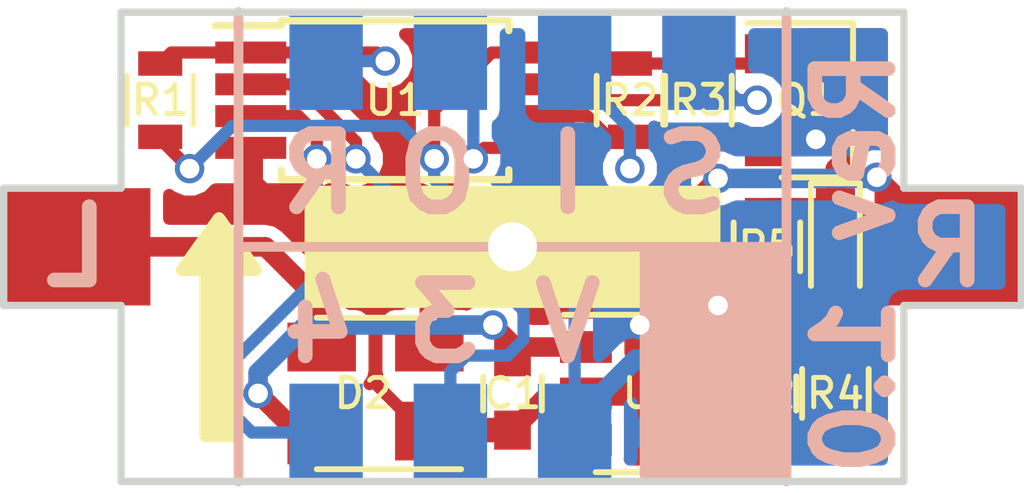
<source format=kicad_pcb>
(kicad_pcb (version 4) (host pcbnew 4.0.6)

  (general
    (links 30)
    (no_connects 0)
    (area 139.524999 100.124999 160.475001 109.875001)
    (thickness 0.8)
    (drawings 25)
    (tracks 147)
    (zones 0)
    (modules 15)
    (nets 17)
  )

  (page A4)
  (layers
    (0 F.Cu signal)
    (31 B.Cu signal)
    (32 B.Adhes user)
    (33 F.Adhes user)
    (34 B.Paste user)
    (35 F.Paste user)
    (36 B.SilkS user)
    (37 F.SilkS user)
    (38 B.Mask user)
    (39 F.Mask user)
    (40 Dwgs.User user)
    (41 Cmts.User user)
    (42 Eco1.User user)
    (43 Eco2.User user)
    (44 Edge.Cuts user)
    (45 Margin user)
    (46 B.CrtYd user)
    (47 F.CrtYd user)
    (48 B.Fab user hide)
    (49 F.Fab user hide)
  )

  (setup
    (last_trace_width 0.25)
    (trace_clearance 0.2)
    (zone_clearance 0.25)
    (zone_45_only yes)
    (trace_min 0.16)
    (segment_width 0.2)
    (edge_width 0.15)
    (via_size 0.6)
    (via_drill 0.4)
    (via_min_size 0.4)
    (via_min_drill 0.3)
    (uvia_size 0.3)
    (uvia_drill 0.1)
    (uvias_allowed no)
    (uvia_min_size 0.2)
    (uvia_min_drill 0.1)
    (pcb_text_width 0.3)
    (pcb_text_size 1.5 1.5)
    (mod_edge_width 0.15)
    (mod_text_size 1 1)
    (mod_text_width 0.15)
    (pad_size 3 2.4)
    (pad_drill 0)
    (pad_to_mask_clearance 0.2)
    (aux_axis_origin 0 0)
    (visible_elements FFFFFFFF)
    (pcbplotparams
      (layerselection 0x00030_80000001)
      (usegerberextensions false)
      (excludeedgelayer true)
      (linewidth 0.100000)
      (plotframeref false)
      (viasonmask false)
      (mode 1)
      (useauxorigin false)
      (hpglpennumber 1)
      (hpglpenspeed 20)
      (hpglpendiameter 15)
      (hpglpenoverlay 2)
      (psnegative false)
      (psa4output false)
      (plotreference true)
      (plotvalue true)
      (plotinvisibletext false)
      (padsonsilk false)
      (subtractmaskfromsilk true)
      (outputformat 1)
      (mirror false)
      (drillshape 0)
      (scaleselection 1)
      (outputdirectory ""))
  )

  (net 0 "")
  (net 1 GND)
  (net 2 +2V8)
  (net 3 "Net-(D1-Pad2)")
  (net 4 "Net-(D1-Pad1)")
  (net 5 "Net-(Q1-Pad1)")
  (net 6 /~RST)
  (net 7 /MISO)
  (net 8 /MOSI)
  (net 9 /SCK)
  (net 10 "Net-(U2-Pad3)")
  (net 11 "Net-(U2-Pad4)")
  (net 12 /PB3)
  (net 13 /PB4)
  (net 14 "Net-(C1-Pad1)")
  (net 15 "Net-(D2-Pad2)")
  (net 16 "Net-(D2-Pad3)")

  (net_class Default "This is the default net class."
    (clearance 0.2)
    (trace_width 0.25)
    (via_dia 0.6)
    (via_drill 0.4)
    (uvia_dia 0.3)
    (uvia_drill 0.1)
    (add_net +2V8)
    (add_net /MISO)
    (add_net /MOSI)
    (add_net /PB3)
    (add_net /PB4)
    (add_net /SCK)
    (add_net /~RST)
    (add_net "Net-(Q1-Pad1)")
    (add_net "Net-(U2-Pad3)")
    (add_net "Net-(U2-Pad4)")
  )

  (net_class Power ""
    (clearance 0.2)
    (trace_width 0.4)
    (via_dia 0.6)
    (via_drill 0.4)
    (uvia_dia 0.3)
    (uvia_drill 0.1)
    (add_net GND)
    (add_net "Net-(C1-Pad1)")
    (add_net "Net-(D1-Pad1)")
    (add_net "Net-(D1-Pad2)")
    (add_net "Net-(D2-Pad2)")
    (add_net "Net-(D2-Pad3)")
  )

  (net_class Tight ""
    (clearance 0.2)
    (trace_width 0.2)
    (via_dia 0.5)
    (via_drill 0.3)
    (uvia_dia 0.3)
    (uvia_drill 0.1)
  )

  (module Housings_SSOP:TSSOP-8_4.4x3mm_Pitch0.65mm (layer F.Cu) (tedit 58C5F0F1) (tstamp 58AB33C0)
    (at 147.6 102)
    (descr "8-Lead Plastic Thin Shrink Small Outline (ST)-4.4 mm Body [TSSOP] (see Microchip Packaging Specification 00000049BS.pdf)")
    (tags "SSOP 0.65")
    (path /58AB4E84)
    (attr smd)
    (fp_text reference U1 (at 0 0) (layer F.SilkS)
      (effects (font (size 0.6 0.6) (thickness 0.1)))
    )
    (fp_text value ATTINY45-20XUR (at 0 2.55) (layer F.Fab)
      (effects (font (size 1 1) (thickness 0.15)))
    )
    (fp_line (start -1.2 -1.5) (end 2.2 -1.5) (layer F.Fab) (width 0.15))
    (fp_line (start 2.2 -1.5) (end 2.2 1.5) (layer F.Fab) (width 0.15))
    (fp_line (start 2.2 1.5) (end -2.2 1.5) (layer F.Fab) (width 0.15))
    (fp_line (start -2.2 1.5) (end -2.2 -0.5) (layer F.Fab) (width 0.15))
    (fp_line (start -2.2 -0.5) (end -1.2 -1.5) (layer F.Fab) (width 0.15))
    (fp_line (start -3.95 -1.8) (end -3.95 1.8) (layer F.CrtYd) (width 0.05))
    (fp_line (start 3.95 -1.8) (end 3.95 1.8) (layer F.CrtYd) (width 0.05))
    (fp_line (start -3.95 -1.8) (end 3.95 -1.8) (layer F.CrtYd) (width 0.05))
    (fp_line (start -3.95 1.8) (end 3.95 1.8) (layer F.CrtYd) (width 0.05))
    (fp_line (start -2.325 -1.625) (end -2.325 -1.525) (layer F.SilkS) (width 0.15))
    (fp_line (start 2.325 -1.625) (end 2.325 -1.425) (layer F.SilkS) (width 0.15))
    (fp_line (start 2.325 1.625) (end 2.325 1.425) (layer F.SilkS) (width 0.15))
    (fp_line (start -2.325 1.625) (end -2.325 1.425) (layer F.SilkS) (width 0.15))
    (fp_line (start -2.325 -1.625) (end 2.325 -1.625) (layer F.SilkS) (width 0.15))
    (fp_line (start -2.325 1.625) (end 2.325 1.625) (layer F.SilkS) (width 0.15))
    (fp_line (start -2.325 -1.525) (end -3.675 -1.525) (layer F.SilkS) (width 0.15))
    (pad 1 smd rect (at -2.95 -0.975) (size 1.45 0.45) (layers F.Cu F.Paste F.Mask)
      (net 6 /~RST))
    (pad 2 smd rect (at -2.95 -0.325) (size 1.45 0.45) (layers F.Cu F.Paste F.Mask)
      (net 12 /PB3))
    (pad 3 smd rect (at -2.95 0.325) (size 1.45 0.45) (layers F.Cu F.Paste F.Mask)
      (net 13 /PB4))
    (pad 4 smd rect (at -2.95 0.975) (size 1.45 0.45) (layers F.Cu F.Paste F.Mask)
      (net 1 GND))
    (pad 5 smd rect (at 2.95 0.975) (size 1.45 0.45) (layers F.Cu F.Paste F.Mask)
      (net 8 /MOSI))
    (pad 6 smd rect (at 2.95 0.325) (size 1.45 0.45) (layers F.Cu F.Paste F.Mask)
      (net 7 /MISO))
    (pad 7 smd rect (at 2.95 -0.325) (size 1.45 0.45) (layers F.Cu F.Paste F.Mask)
      (net 9 /SCK))
    (pad 8 smd rect (at 2.95 -0.975) (size 1.45 0.45) (layers F.Cu F.Paste F.Mask)
      (net 2 +2V8))
    (model Housings_SSOP.3dshapes/TSSOP-8_4.4x3mm_Pitch0.65mm.wrl
      (at (xyz 0 0 0))
      (scale (xyz 1 1 1))
      (rotate (xyz 0 0 0))
    )
  )

  (module Resistors_SMD:R_0603 (layer F.Cu) (tedit 58C5EDE2) (tstamp 58C5DD79)
    (at 156.6 108 90)
    (descr "Resistor SMD 0603, reflow soldering, Vishay (see dcrcw.pdf)")
    (tags "resistor 0603")
    (path /5893E69D)
    (attr smd)
    (fp_text reference R4 (at 0 0 180) (layer F.SilkS)
      (effects (font (size 0.6 0.6) (thickness 0.1)))
    )
    (fp_text value 47 (at 0 1.5 90) (layer F.Fab)
      (effects (font (size 1 1) (thickness 0.15)))
    )
    (fp_text user %R (at 0 -1.45 90) (layer F.Fab)
      (effects (font (size 1 1) (thickness 0.15)))
    )
    (fp_line (start -0.8 0.4) (end -0.8 -0.4) (layer F.Fab) (width 0.1))
    (fp_line (start 0.8 0.4) (end -0.8 0.4) (layer F.Fab) (width 0.1))
    (fp_line (start 0.8 -0.4) (end 0.8 0.4) (layer F.Fab) (width 0.1))
    (fp_line (start -0.8 -0.4) (end 0.8 -0.4) (layer F.Fab) (width 0.1))
    (fp_line (start 0.5 0.68) (end -0.5 0.68) (layer F.SilkS) (width 0.12))
    (fp_line (start -0.5 -0.68) (end 0.5 -0.68) (layer F.SilkS) (width 0.12))
    (fp_line (start -1.25 -0.7) (end 1.25 -0.7) (layer F.CrtYd) (width 0.05))
    (fp_line (start -1.25 -0.7) (end -1.25 0.7) (layer F.CrtYd) (width 0.05))
    (fp_line (start 1.25 0.7) (end 1.25 -0.7) (layer F.CrtYd) (width 0.05))
    (fp_line (start 1.25 0.7) (end -1.25 0.7) (layer F.CrtYd) (width 0.05))
    (pad 1 smd rect (at -0.75 0 90) (size 0.5 0.9) (layers F.Cu F.Paste F.Mask)
      (net 2 +2V8))
    (pad 2 smd rect (at 0.75 0 90) (size 0.5 0.9) (layers F.Cu F.Paste F.Mask)
      (net 3 "Net-(D1-Pad2)"))
    (model Resistors_SMD.3dshapes/R_0603.wrl
      (at (xyz 0 0 0))
      (scale (xyz 1 1 1))
      (rotate (xyz 0 0 0))
    )
  )

  (module Capacitors_SMD:C_0603 (layer F.Cu) (tedit 58C5F026) (tstamp 58C5DD65)
    (at 155.2 108 270)
    (descr "Capacitor SMD 0603, reflow soldering, AVX (see smccp.pdf)")
    (tags "capacitor 0603")
    (path /58AB22F8)
    (attr smd)
    (fp_text reference C2 (at 0 0 540) (layer F.SilkS)
      (effects (font (size 0.6 0.6) (thickness 0.1)))
    )
    (fp_text value 22u (at 0 1.5 270) (layer F.Fab)
      (effects (font (size 1 1) (thickness 0.15)))
    )
    (fp_text user %R (at 0 -1.5 270) (layer F.Fab)
      (effects (font (size 1 1) (thickness 0.15)))
    )
    (fp_line (start -0.8 0.4) (end -0.8 -0.4) (layer F.Fab) (width 0.1))
    (fp_line (start 0.8 0.4) (end -0.8 0.4) (layer F.Fab) (width 0.1))
    (fp_line (start 0.8 -0.4) (end 0.8 0.4) (layer F.Fab) (width 0.1))
    (fp_line (start -0.8 -0.4) (end 0.8 -0.4) (layer F.Fab) (width 0.1))
    (fp_line (start -0.35 -0.6) (end 0.35 -0.6) (layer F.SilkS) (width 0.12))
    (fp_line (start 0.35 0.6) (end -0.35 0.6) (layer F.SilkS) (width 0.12))
    (fp_line (start -1.4 -0.65) (end 1.4 -0.65) (layer F.CrtYd) (width 0.05))
    (fp_line (start -1.4 -0.65) (end -1.4 0.65) (layer F.CrtYd) (width 0.05))
    (fp_line (start 1.4 0.65) (end 1.4 -0.65) (layer F.CrtYd) (width 0.05))
    (fp_line (start 1.4 0.65) (end -1.4 0.65) (layer F.CrtYd) (width 0.05))
    (pad 1 smd rect (at -0.75 0 270) (size 0.8 0.75) (layers F.Cu F.Paste F.Mask)
      (net 2 +2V8))
    (pad 2 smd rect (at 0.75 0 270) (size 0.8 0.75) (layers F.Cu F.Paste F.Mask)
      (net 1 GND))
    (model Capacitors_SMD.3dshapes/C_0603.wrl
      (at (xyz 0 0 0))
      (scale (xyz 1 1 1))
      (rotate (xyz 0 0 0))
    )
  )

  (module bcan:HO_Rail_2_Length2.4mm_Width3mm (layer F.Cu) (tedit 58CB2889) (tstamp 58CB0BCC)
    (at 150 105)
    (path /58C5B8EB)
    (fp_text reference J3 (at 0 -2.54) (layer F.SilkS) hide
      (effects (font (size 1 1) (thickness 0.15)))
    )
    (fp_text value Rails (at 0 2.54) (layer F.Fab)
      (effects (font (size 1 1) (thickness 0.15)))
    )
    (pad 1 smd rect (at -8.9 0) (size 3 2.4) (layers F.Cu F.Mask)
      (net 16 "Net-(D2-Pad3)"))
    (pad 2 smd rect (at 8.9 0) (size 3 2.4) (layers F.Cu F.Mask)
      (net 15 "Net-(D2-Pad2)"))
    (pad "" np_thru_hole circle (at 0 0) (size 1 1) (drill 1) (layers *.Cu *.Mask))
  )

  (module Resistors_SMD:R_0603 (layer F.Cu) (tedit 58C5EDDA) (tstamp 58C5DD7E)
    (at 155.2 105 90)
    (descr "Resistor SMD 0603, reflow soldering, Vishay (see dcrcw.pdf)")
    (tags "resistor 0603")
    (path /5893E362)
    (attr smd)
    (fp_text reference R5 (at 0 0 180) (layer F.SilkS)
      (effects (font (size 0.6 0.6) (thickness 0.1)))
    )
    (fp_text value R (at 0 1.5 90) (layer F.Fab)
      (effects (font (size 1 1) (thickness 0.15)))
    )
    (fp_text user %R (at 0 -1.45 90) (layer F.Fab)
      (effects (font (size 1 1) (thickness 0.15)))
    )
    (fp_line (start -0.8 0.4) (end -0.8 -0.4) (layer F.Fab) (width 0.1))
    (fp_line (start 0.8 0.4) (end -0.8 0.4) (layer F.Fab) (width 0.1))
    (fp_line (start 0.8 -0.4) (end 0.8 0.4) (layer F.Fab) (width 0.1))
    (fp_line (start -0.8 -0.4) (end 0.8 -0.4) (layer F.Fab) (width 0.1))
    (fp_line (start 0.5 0.68) (end -0.5 0.68) (layer F.SilkS) (width 0.12))
    (fp_line (start -0.5 -0.68) (end 0.5 -0.68) (layer F.SilkS) (width 0.12))
    (fp_line (start -1.25 -0.7) (end 1.25 -0.7) (layer F.CrtYd) (width 0.05))
    (fp_line (start -1.25 -0.7) (end -1.25 0.7) (layer F.CrtYd) (width 0.05))
    (fp_line (start 1.25 0.7) (end 1.25 -0.7) (layer F.CrtYd) (width 0.05))
    (fp_line (start 1.25 0.7) (end -1.25 0.7) (layer F.CrtYd) (width 0.05))
    (pad 1 smd rect (at -0.75 0 90) (size 0.5 0.9) (layers F.Cu F.Paste F.Mask)
      (net 3 "Net-(D1-Pad2)"))
    (pad 2 smd rect (at 0.75 0 90) (size 0.5 0.9) (layers F.Cu F.Paste F.Mask)
      (net 4 "Net-(D1-Pad1)"))
    (model Resistors_SMD.3dshapes/R_0603.wrl
      (at (xyz 0 0 0))
      (scale (xyz 1 1 1))
      (rotate (xyz 0 0 0))
    )
  )

  (module LEDs:LED_0603 (layer F.Cu) (tedit 58CB11E2) (tstamp 58AB3387)
    (at 156.6 105 270)
    (descr "LED 0603 smd package")
    (tags "LED led 0603 SMD smd SMT smt smdled SMDLED smtled SMTLED")
    (path /588C319B)
    (attr smd)
    (fp_text reference D1 (at 0 0 360) (layer F.SilkS) hide
      (effects (font (size 0.6 0.6) (thickness 0.1)))
    )
    (fp_text value IR (at 0 1.35 270) (layer F.Fab)
      (effects (font (size 1 1) (thickness 0.15)))
    )
    (fp_line (start -1.3 -0.5) (end -1.3 0.5) (layer F.SilkS) (width 0.12))
    (fp_line (start -0.2 -0.2) (end -0.2 0.2) (layer F.Fab) (width 0.1))
    (fp_line (start -0.15 0) (end 0.15 -0.2) (layer F.Fab) (width 0.1))
    (fp_line (start 0.15 0.2) (end -0.15 0) (layer F.Fab) (width 0.1))
    (fp_line (start 0.15 -0.2) (end 0.15 0.2) (layer F.Fab) (width 0.1))
    (fp_line (start 0.8 0.4) (end -0.8 0.4) (layer F.Fab) (width 0.1))
    (fp_line (start 0.8 -0.4) (end 0.8 0.4) (layer F.Fab) (width 0.1))
    (fp_line (start -0.8 -0.4) (end 0.8 -0.4) (layer F.Fab) (width 0.1))
    (fp_line (start -0.8 0.4) (end -0.8 -0.4) (layer F.Fab) (width 0.1))
    (fp_line (start -1.3 0.5) (end 0.8 0.5) (layer F.SilkS) (width 0.12))
    (fp_line (start -1.3 -0.5) (end 0.8 -0.5) (layer F.SilkS) (width 0.12))
    (fp_line (start 1.45 -0.65) (end 1.45 0.65) (layer F.CrtYd) (width 0.05))
    (fp_line (start 1.45 0.65) (end -1.45 0.65) (layer F.CrtYd) (width 0.05))
    (fp_line (start -1.45 0.65) (end -1.45 -0.65) (layer F.CrtYd) (width 0.05))
    (fp_line (start -1.45 -0.65) (end 1.45 -0.65) (layer F.CrtYd) (width 0.05))
    (pad 2 smd rect (at 0.8 0 90) (size 0.8 0.8) (layers F.Cu F.Paste F.Mask)
      (net 3 "Net-(D1-Pad2)"))
    (pad 1 smd rect (at -0.8 0 90) (size 0.8 0.8) (layers F.Cu F.Paste F.Mask)
      (net 4 "Net-(D1-Pad1)"))
    (model LEDs.3dshapes/LED_0603.wrl
      (at (xyz 0 0 0))
      (scale (xyz 1 1 1))
      (rotate (xyz 0 0 180))
    )
  )

  (module TO_SOT_Packages_SMD:SOT-143 (layer F.Cu) (tedit 58C5E6EC) (tstamp 58AB338F)
    (at 147.2 108 180)
    (descr SOT-143)
    (tags SOT-143)
    (path /58916D19)
    (attr smd)
    (fp_text reference D2 (at 0.25 0 180) (layer F.SilkS)
      (effects (font (size 0.6 0.6) (thickness 0.1)))
    )
    (fp_text value Rectifier (at -0.28 2.48 180) (layer F.Fab)
      (effects (font (size 1 1) (thickness 0.15)))
    )
    (fp_line (start -1.2 1.55) (end 1.2 1.55) (layer F.SilkS) (width 0.12))
    (fp_line (start 1.2 -1.55) (end -1.75 -1.55) (layer F.SilkS) (width 0.12))
    (fp_line (start -1.2 -1) (end -0.7 -1.5) (layer F.Fab) (width 0.1))
    (fp_line (start -0.7 -1.5) (end 1.2 -1.5) (layer F.Fab) (width 0.1))
    (fp_line (start -1.2 1.5) (end -1.2 -1) (layer F.Fab) (width 0.1))
    (fp_line (start 1.2 1.5) (end -1.2 1.5) (layer F.Fab) (width 0.1))
    (fp_line (start 1.2 -1.5) (end 1.2 1.5) (layer F.Fab) (width 0.1))
    (fp_line (start 2.05 -1.75) (end 2.05 1.75) (layer F.CrtYd) (width 0.05))
    (fp_line (start 2.05 -1.75) (end -2.05 -1.75) (layer F.CrtYd) (width 0.05))
    (fp_line (start -2.05 1.75) (end 2.05 1.75) (layer F.CrtYd) (width 0.05))
    (fp_line (start -2.05 1.75) (end -2.05 -1.75) (layer F.CrtYd) (width 0.05))
    (pad 1 smd rect (at -1.1 -0.77 90) (size 1.2 1.4) (layers F.Cu F.Paste F.Mask)
      (net 1 GND))
    (pad 2 smd rect (at -1.1 0.95 90) (size 1 1.4) (layers F.Cu F.Paste F.Mask)
      (net 15 "Net-(D2-Pad2)"))
    (pad 3 smd rect (at 1.1 0.95 90) (size 1 1.4) (layers F.Cu F.Paste F.Mask)
      (net 16 "Net-(D2-Pad3)"))
    (pad 4 smd rect (at 1.1 -0.95 90) (size 1 1.4) (layers F.Cu F.Paste F.Mask)
      (net 14 "Net-(C1-Pad1)"))
    (model TO_SOT_Packages_SMD.3dshapes/SOT-143.wrl
      (at (xyz 0 -0 0))
      (scale (xyz 1 1 1))
      (rotate (xyz 0 0 90))
    )
  )

  (module TO_SOT_Packages_SMD:SOT-23 (layer F.Cu) (tedit 58C5EDAD) (tstamp 58AB3396)
    (at 156.2 102)
    (descr "SOT-23, Standard")
    (tags SOT-23)
    (path /589435EC)
    (attr smd)
    (fp_text reference Q1 (at -0.2 0 180) (layer F.SilkS)
      (effects (font (size 0.6 0.6) (thickness 0.1)))
    )
    (fp_text value Q_NMOS_GSD (at 0 2.5) (layer F.Fab)
      (effects (font (size 1 1) (thickness 0.15)))
    )
    (fp_line (start -0.7 -0.95) (end -0.7 1.5) (layer F.Fab) (width 0.1))
    (fp_line (start -0.15 -1.52) (end 0.7 -1.52) (layer F.Fab) (width 0.1))
    (fp_line (start -0.7 -0.95) (end -0.15 -1.52) (layer F.Fab) (width 0.1))
    (fp_line (start 0.7 -1.52) (end 0.7 1.52) (layer F.Fab) (width 0.1))
    (fp_line (start -0.7 1.52) (end 0.7 1.52) (layer F.Fab) (width 0.1))
    (fp_line (start 0.76 1.58) (end 0.76 0.65) (layer F.SilkS) (width 0.12))
    (fp_line (start 0.76 -1.58) (end 0.76 -0.65) (layer F.SilkS) (width 0.12))
    (fp_line (start -1.7 -1.75) (end 1.7 -1.75) (layer F.CrtYd) (width 0.05))
    (fp_line (start 1.7 -1.75) (end 1.7 1.75) (layer F.CrtYd) (width 0.05))
    (fp_line (start 1.7 1.75) (end -1.7 1.75) (layer F.CrtYd) (width 0.05))
    (fp_line (start -1.7 1.75) (end -1.7 -1.75) (layer F.CrtYd) (width 0.05))
    (fp_line (start 0.76 -1.58) (end -1.4 -1.58) (layer F.SilkS) (width 0.12))
    (fp_line (start 0.76 1.58) (end -0.7 1.58) (layer F.SilkS) (width 0.12))
    (pad 1 smd rect (at -1 -0.95) (size 0.9 0.8) (layers F.Cu F.Paste F.Mask)
      (net 5 "Net-(Q1-Pad1)"))
    (pad 2 smd rect (at -1 0.95) (size 0.9 0.8) (layers F.Cu F.Paste F.Mask)
      (net 1 GND))
    (pad 3 smd rect (at 1 0) (size 0.9 0.8) (layers F.Cu F.Paste F.Mask)
      (net 4 "Net-(D1-Pad1)"))
    (model TO_SOT_Packages_SMD.3dshapes/SOT-23.wrl
      (at (xyz 0 0 0))
      (scale (xyz 1 1 1))
      (rotate (xyz 0 0 90))
    )
  )

  (module TO_SOT_Packages_SMD:SOT-23-5 (layer F.Cu) (tedit 58C5E67A) (tstamp 58AB33C9)
    (at 152.6 108)
    (descr "5-pin SOT23 package")
    (tags SOT-23-5)
    (path /58AB0B0D)
    (attr smd)
    (fp_text reference U2 (at 0.25 0) (layer F.SilkS)
      (effects (font (size 0.6 0.6) (thickness 0.1)))
    )
    (fp_text value TPS70928DBV (at 0 2.9) (layer F.Fab)
      (effects (font (size 1 1) (thickness 0.15)))
    )
    (fp_line (start -0.9 1.61) (end 0.9 1.61) (layer F.SilkS) (width 0.12))
    (fp_line (start 0.9 -1.61) (end -1.55 -1.61) (layer F.SilkS) (width 0.12))
    (fp_line (start -1.9 -1.8) (end 1.9 -1.8) (layer F.CrtYd) (width 0.05))
    (fp_line (start 1.9 -1.8) (end 1.9 1.8) (layer F.CrtYd) (width 0.05))
    (fp_line (start 1.9 1.8) (end -1.9 1.8) (layer F.CrtYd) (width 0.05))
    (fp_line (start -1.9 1.8) (end -1.9 -1.8) (layer F.CrtYd) (width 0.05))
    (fp_line (start -0.9 -0.9) (end -0.25 -1.55) (layer F.Fab) (width 0.1))
    (fp_line (start 0.9 -1.55) (end -0.25 -1.55) (layer F.Fab) (width 0.1))
    (fp_line (start -0.9 -0.9) (end -0.9 1.55) (layer F.Fab) (width 0.1))
    (fp_line (start 0.9 1.55) (end -0.9 1.55) (layer F.Fab) (width 0.1))
    (fp_line (start 0.9 -1.55) (end 0.9 1.55) (layer F.Fab) (width 0.1))
    (pad 1 smd rect (at -1.1 -0.95) (size 1.06 0.65) (layers F.Cu F.Paste F.Mask)
      (net 14 "Net-(C1-Pad1)"))
    (pad 2 smd rect (at -1.1 0) (size 1.06 0.65) (layers F.Cu F.Paste F.Mask)
      (net 1 GND))
    (pad 3 smd rect (at -1.1 0.95) (size 1.06 0.65) (layers F.Cu F.Paste F.Mask)
      (net 10 "Net-(U2-Pad3)"))
    (pad 4 smd rect (at 1.1 0.95) (size 1.06 0.65) (layers F.Cu F.Paste F.Mask)
      (net 11 "Net-(U2-Pad4)"))
    (pad 5 smd rect (at 1.1 -0.95) (size 1.06 0.65) (layers F.Cu F.Paste F.Mask)
      (net 2 +2V8))
    (model TO_SOT_Packages_SMD.3dshapes/SOT-23-5.wrl
      (at (xyz 0 0 0))
      (scale (xyz 1 1 1))
      (rotate (xyz 0 0 0))
    )
  )

  (module Capacitors_SMD:C_0603 (layer F.Cu) (tedit 58C5F03D) (tstamp 58C5DD60)
    (at 150 108 270)
    (descr "Capacitor SMD 0603, reflow soldering, AVX (see smccp.pdf)")
    (tags "capacitor 0603")
    (path /5893B026)
    (attr smd)
    (fp_text reference C1 (at 0 0 540) (layer F.SilkS)
      (effects (font (size 0.6 0.6) (thickness 0.1)))
    )
    (fp_text value 1u (at 0 1.5 270) (layer F.Fab)
      (effects (font (size 1 1) (thickness 0.15)))
    )
    (fp_text user %R (at 0 -1.5 270) (layer F.Fab)
      (effects (font (size 1 1) (thickness 0.15)))
    )
    (fp_line (start -0.8 0.4) (end -0.8 -0.4) (layer F.Fab) (width 0.1))
    (fp_line (start 0.8 0.4) (end -0.8 0.4) (layer F.Fab) (width 0.1))
    (fp_line (start 0.8 -0.4) (end 0.8 0.4) (layer F.Fab) (width 0.1))
    (fp_line (start -0.8 -0.4) (end 0.8 -0.4) (layer F.Fab) (width 0.1))
    (fp_line (start -0.35 -0.6) (end 0.35 -0.6) (layer F.SilkS) (width 0.12))
    (fp_line (start 0.35 0.6) (end -0.35 0.6) (layer F.SilkS) (width 0.12))
    (fp_line (start -1.4 -0.65) (end 1.4 -0.65) (layer F.CrtYd) (width 0.05))
    (fp_line (start -1.4 -0.65) (end -1.4 0.65) (layer F.CrtYd) (width 0.05))
    (fp_line (start 1.4 0.65) (end 1.4 -0.65) (layer F.CrtYd) (width 0.05))
    (fp_line (start 1.4 0.65) (end -1.4 0.65) (layer F.CrtYd) (width 0.05))
    (pad 1 smd rect (at -0.75 0 270) (size 0.8 0.75) (layers F.Cu F.Paste F.Mask)
      (net 14 "Net-(C1-Pad1)"))
    (pad 2 smd rect (at 0.75 0 270) (size 0.8 0.75) (layers F.Cu F.Paste F.Mask)
      (net 1 GND))
    (model Capacitors_SMD.3dshapes/C_0603.wrl
      (at (xyz 0 0 0))
      (scale (xyz 1 1 1))
      (rotate (xyz 0 0 0))
    )
  )

  (module Resistors_SMD:R_0603 (layer F.Cu) (tedit 58C5EEAF) (tstamp 58C5DD6A)
    (at 142.8 102 90)
    (descr "Resistor SMD 0603, reflow soldering, Vishay (see dcrcw.pdf)")
    (tags "resistor 0603")
    (path /589439F2)
    (attr smd)
    (fp_text reference R1 (at 0 0 360) (layer F.SilkS)
      (effects (font (size 0.6 0.6) (thickness 0.1)))
    )
    (fp_text value 10k (at 0 1.5 90) (layer F.Fab)
      (effects (font (size 1 1) (thickness 0.15)))
    )
    (fp_text user %R (at 0 -1.45 90) (layer F.Fab)
      (effects (font (size 1 1) (thickness 0.15)))
    )
    (fp_line (start -0.8 0.4) (end -0.8 -0.4) (layer F.Fab) (width 0.1))
    (fp_line (start 0.8 0.4) (end -0.8 0.4) (layer F.Fab) (width 0.1))
    (fp_line (start 0.8 -0.4) (end 0.8 0.4) (layer F.Fab) (width 0.1))
    (fp_line (start -0.8 -0.4) (end 0.8 -0.4) (layer F.Fab) (width 0.1))
    (fp_line (start 0.5 0.68) (end -0.5 0.68) (layer F.SilkS) (width 0.12))
    (fp_line (start -0.5 -0.68) (end 0.5 -0.68) (layer F.SilkS) (width 0.12))
    (fp_line (start -1.25 -0.7) (end 1.25 -0.7) (layer F.CrtYd) (width 0.05))
    (fp_line (start -1.25 -0.7) (end -1.25 0.7) (layer F.CrtYd) (width 0.05))
    (fp_line (start 1.25 0.7) (end 1.25 -0.7) (layer F.CrtYd) (width 0.05))
    (fp_line (start 1.25 0.7) (end -1.25 0.7) (layer F.CrtYd) (width 0.05))
    (pad 1 smd rect (at -0.75 0 90) (size 0.5 0.9) (layers F.Cu F.Paste F.Mask)
      (net 2 +2V8))
    (pad 2 smd rect (at 0.75 0 90) (size 0.5 0.9) (layers F.Cu F.Paste F.Mask)
      (net 6 /~RST))
    (model Resistors_SMD.3dshapes/R_0603.wrl
      (at (xyz 0 0 0))
      (scale (xyz 1 1 1))
      (rotate (xyz 0 0 0))
    )
  )

  (module Resistors_SMD:R_0603 (layer F.Cu) (tedit 58C5EE36) (tstamp 58C5DD6F)
    (at 152.4 102 90)
    (descr "Resistor SMD 0603, reflow soldering, Vishay (see dcrcw.pdf)")
    (tags "resistor 0603")
    (path /5893DB94)
    (attr smd)
    (fp_text reference R2 (at 0 0 180) (layer F.SilkS)
      (effects (font (size 0.6 0.6) (thickness 0.1)))
    )
    (fp_text value 100 (at 0 1.5 90) (layer F.Fab)
      (effects (font (size 1 1) (thickness 0.15)))
    )
    (fp_text user %R (at 0 -1.45 90) (layer F.Fab)
      (effects (font (size 1 1) (thickness 0.15)))
    )
    (fp_line (start -0.8 0.4) (end -0.8 -0.4) (layer F.Fab) (width 0.1))
    (fp_line (start 0.8 0.4) (end -0.8 0.4) (layer F.Fab) (width 0.1))
    (fp_line (start 0.8 -0.4) (end 0.8 0.4) (layer F.Fab) (width 0.1))
    (fp_line (start -0.8 -0.4) (end 0.8 -0.4) (layer F.Fab) (width 0.1))
    (fp_line (start 0.5 0.68) (end -0.5 0.68) (layer F.SilkS) (width 0.12))
    (fp_line (start -0.5 -0.68) (end 0.5 -0.68) (layer F.SilkS) (width 0.12))
    (fp_line (start -1.25 -0.7) (end 1.25 -0.7) (layer F.CrtYd) (width 0.05))
    (fp_line (start -1.25 -0.7) (end -1.25 0.7) (layer F.CrtYd) (width 0.05))
    (fp_line (start 1.25 0.7) (end 1.25 -0.7) (layer F.CrtYd) (width 0.05))
    (fp_line (start 1.25 0.7) (end -1.25 0.7) (layer F.CrtYd) (width 0.05))
    (pad 1 smd rect (at -0.75 0 90) (size 0.5 0.9) (layers F.Cu F.Paste F.Mask)
      (net 7 /MISO))
    (pad 2 smd rect (at 0.75 0 90) (size 0.5 0.9) (layers F.Cu F.Paste F.Mask)
      (net 5 "Net-(Q1-Pad1)"))
    (model Resistors_SMD.3dshapes/R_0603.wrl
      (at (xyz 0 0 0))
      (scale (xyz 1 1 1))
      (rotate (xyz 0 0 0))
    )
  )

  (module Resistors_SMD:R_0603 (layer F.Cu) (tedit 58C5EE3C) (tstamp 58C5DD74)
    (at 153.8 102 270)
    (descr "Resistor SMD 0603, reflow soldering, Vishay (see dcrcw.pdf)")
    (tags "resistor 0603")
    (path /58AA1AD8)
    (attr smd)
    (fp_text reference R3 (at 0 0 360) (layer F.SilkS)
      (effects (font (size 0.6 0.6) (thickness 0.1)))
    )
    (fp_text value 10k (at 0 1.5 270) (layer F.Fab)
      (effects (font (size 1 1) (thickness 0.15)))
    )
    (fp_text user %R (at 0 -1.45 270) (layer F.Fab)
      (effects (font (size 1 1) (thickness 0.15)))
    )
    (fp_line (start -0.8 0.4) (end -0.8 -0.4) (layer F.Fab) (width 0.1))
    (fp_line (start 0.8 0.4) (end -0.8 0.4) (layer F.Fab) (width 0.1))
    (fp_line (start 0.8 -0.4) (end 0.8 0.4) (layer F.Fab) (width 0.1))
    (fp_line (start -0.8 -0.4) (end 0.8 -0.4) (layer F.Fab) (width 0.1))
    (fp_line (start 0.5 0.68) (end -0.5 0.68) (layer F.SilkS) (width 0.12))
    (fp_line (start -0.5 -0.68) (end 0.5 -0.68) (layer F.SilkS) (width 0.12))
    (fp_line (start -1.25 -0.7) (end 1.25 -0.7) (layer F.CrtYd) (width 0.05))
    (fp_line (start -1.25 -0.7) (end -1.25 0.7) (layer F.CrtYd) (width 0.05))
    (fp_line (start 1.25 0.7) (end 1.25 -0.7) (layer F.CrtYd) (width 0.05))
    (fp_line (start 1.25 0.7) (end -1.25 0.7) (layer F.CrtYd) (width 0.05))
    (pad 1 smd rect (at -0.75 0 270) (size 0.5 0.9) (layers F.Cu F.Paste F.Mask)
      (net 5 "Net-(Q1-Pad1)"))
    (pad 2 smd rect (at 0.75 0 270) (size 0.5 0.9) (layers F.Cu F.Paste F.Mask)
      (net 1 GND))
    (model Resistors_SMD.3dshapes/R_0603.wrl
      (at (xyz 0 0 0))
      (scale (xyz 1 1 1))
      (rotate (xyz 0 0 0))
    )
  )

  (module bcan:Edge_Connector_1x04_Pitch2.54mm_SMD (layer B.Cu) (tedit 58CB2CF4) (tstamp 58CB2934)
    (at 150 100.2 90)
    (path /58CB22C8)
    (fp_text reference J1 (at -1 5.5 90) (layer B.SilkS) hide
      (effects (font (size 1 1) (thickness 0.15)) (justify mirror))
    )
    (fp_text value CONN_01X04 (at -1 -5.5 90) (layer B.Fab)
      (effects (font (size 1 1) (thickness 0.15)) (justify mirror))
    )
    (pad 1 smd rect (at -1 3.81 90) (size 2 1.5) (layers B.Cu B.Mask)
      (net 9 /SCK))
    (pad 2 smd rect (at -1 1.27 90) (size 2 1.5) (layers B.Cu B.Mask)
      (net 7 /MISO))
    (pad 3 smd rect (at -1 -1.27 90) (size 2 1.5) (layers B.Cu B.Mask)
      (net 8 /MOSI))
    (pad 4 smd rect (at -1 -3.81 90) (size 2 1.5) (layers B.Cu B.Mask)
      (net 6 /~RST))
  )

  (module bcan:Edge_Connector_1x04_Pitch2.54mm_SMD (layer B.Cu) (tedit 58CB2CF8) (tstamp 58CB293C)
    (at 150 109.8 270)
    (path /58CB236F)
    (fp_text reference J2 (at -1 5.5 270) (layer B.SilkS) hide
      (effects (font (size 1 1) (thickness 0.15)) (justify mirror))
    )
    (fp_text value CONN_01X04 (at -1 -5.5 270) (layer B.Fab)
      (effects (font (size 1 1) (thickness 0.15)) (justify mirror))
    )
    (pad 1 smd rect (at -1 3.81 270) (size 2 1.5) (layers B.Cu B.Mask)
      (net 13 /PB4))
    (pad 2 smd rect (at -1 1.27 270) (size 2 1.5) (layers B.Cu B.Mask)
      (net 12 /PB3))
    (pad 3 smd rect (at -1 -1.27 270) (size 2 1.5) (layers B.Cu B.Mask)
      (net 2 +2V8))
    (pad 4 smd rect (at -1 -3.81 270) (size 2 1.5) (layers B.Cu B.Mask)
      (net 1 GND))
  )

  (gr_line (start 144.4 109.8) (end 144.4 100.2) (layer B.SilkS) (width 0.2))
  (gr_line (start 155.6 105) (end 144.4 105) (layer B.SilkS) (width 0.2))
  (gr_line (start 155.6 100.2) (end 155.6 109.8) (layer B.SilkS) (width 0.2))
  (gr_text R (at 158.9 105) (layer B.SilkS)
    (effects (font (size 1.5 1.5) (thickness 0.3)) (justify mirror))
  )
  (gr_text L (at 141.1 105) (layer B.SilkS)
    (effects (font (size 1.5 1.5) (thickness 0.3)) (justify mirror))
  )
  (gr_text "Rev 1.0" (at 157 100.8 90) (layer B.SilkS)
    (effects (font (size 1.5 1.5) (thickness 0.3)) (justify left mirror))
  )
  (gr_text R (at 146.05 103.505) (layer B.SilkS)
    (effects (font (size 1.5 1.5) (thickness 0.3)) (justify mirror))
  )
  (gr_text O (at 148.463 103.505) (layer B.SilkS)
    (effects (font (size 1.5 1.5) (thickness 0.3)) (justify mirror))
  )
  (gr_text I (at 151.13 103.505) (layer B.SilkS)
    (effects (font (size 1.5 1.5) (thickness 0.3)) (justify mirror))
  )
  (gr_text S (at 153.67 103.505) (layer B.SilkS)
    (effects (font (size 1.5 1.5) (thickness 0.3)) (justify mirror))
  )
  (gr_text V (at 151.13 106.553) (layer B.SilkS)
    (effects (font (size 1.5 1.5) (thickness 0.3)) (justify mirror))
  )
  (gr_text 4 (at 146.05 106.553) (layer B.SilkS)
    (effects (font (size 1.5 1.5) (thickness 0.3)) (justify mirror))
  )
  (gr_text 3 (at 148.59 106.553) (layer B.SilkS)
    (effects (font (size 1.5 1.5) (thickness 0.3)) (justify mirror))
  )
  (gr_line (start 142 103.8) (end 142 100.2) (layer Edge.Cuts) (width 0.15))
  (gr_line (start 139.6 103.8) (end 142 103.8) (layer Edge.Cuts) (width 0.15))
  (gr_line (start 139.6 106.2) (end 139.6 103.8) (layer Edge.Cuts) (width 0.15))
  (gr_line (start 142 106.2) (end 139.6 106.2) (layer Edge.Cuts) (width 0.15))
  (gr_line (start 142 109.8) (end 142 106.2) (layer Edge.Cuts) (width 0.15))
  (gr_line (start 158 106.2) (end 158 109.8) (layer Edge.Cuts) (width 0.15))
  (gr_line (start 160.4 106.2) (end 158 106.2) (layer Edge.Cuts) (width 0.15))
  (gr_line (start 160.4 103.8) (end 160.4 106.2) (layer Edge.Cuts) (width 0.15))
  (gr_line (start 158 103.8) (end 160.4 103.8) (layer Edge.Cuts) (width 0.15))
  (gr_line (start 158 100.2) (end 158 103.8) (layer Edge.Cuts) (width 0.15))
  (gr_line (start 158 109.8) (end 142 109.8) (layer Edge.Cuts) (width 0.15))
  (gr_line (start 142 100.2) (end 158 100.2) (layer Edge.Cuts) (width 0.15))

  (segment (start 152.6 106.6) (end 152.6 105.4) (width 0.4) (layer B.Cu) (net 1))
  (segment (start 152.6 105.4) (end 152.6 104.2) (width 0.4) (layer B.Cu) (net 1))
  (segment (start 153.81 108.8) (end 153.81 108.55) (width 0.4) (layer B.Cu) (net 1))
  (segment (start 153.81 108.55) (end 154.900019 107.459981) (width 0.4) (layer B.Cu) (net 1))
  (segment (start 154.900019 107.459981) (end 154.900019 105.863999) (width 0.4) (layer B.Cu) (net 1))
  (segment (start 154.900019 105.863999) (end 154.43602 105.4) (width 0.4) (layer B.Cu) (net 1))
  (segment (start 154.43602 105.4) (end 152.6 105.4) (width 0.4) (layer B.Cu) (net 1))
  (segment (start 144.65 102.975) (end 144.65 103.814998) (width 0.25) (layer F.Cu) (net 1))
  (segment (start 144.65 103.814998) (end 147.2 106.364998) (width 0.25) (layer F.Cu) (net 1))
  (segment (start 147.2 106.364998) (end 147.2 107.8) (width 0.25) (layer F.Cu) (net 1))
  (segment (start 148.3 108.77) (end 148.17 108.77) (width 0.25) (layer F.Cu) (net 1))
  (segment (start 148.17 108.77) (end 147.2 107.8) (width 0.25) (layer F.Cu) (net 1))
  (segment (start 156.2 102.8) (end 154 102.8) (width 0.4) (layer B.Cu) (net 1))
  (segment (start 154 102.8) (end 152.6 104.2) (width 0.4) (layer B.Cu) (net 1))
  (segment (start 155.2 102.95) (end 156.05 102.95) (width 0.4) (layer F.Cu) (net 1))
  (via (at 156.2 102.8) (size 0.6) (drill 0.4) (layers F.Cu B.Cu) (net 1))
  (segment (start 156.05 102.95) (end 156.2 102.8) (width 0.4) (layer F.Cu) (net 1))
  (segment (start 155.2 102.95) (end 155.25 102.95) (width 0.4) (layer F.Cu) (net 1))
  (segment (start 152.6 108) (end 152.6 106.6) (width 0.4) (layer F.Cu) (net 1))
  (via (at 152.6 106.6) (size 0.6) (drill 0.4) (layers F.Cu B.Cu) (net 1))
  (segment (start 150 108.75) (end 148.32 108.75) (width 0.4) (layer F.Cu) (net 1))
  (segment (start 148.32 108.75) (end 148.3 108.77) (width 0.4) (layer F.Cu) (net 1))
  (segment (start 151.5 108) (end 150.75 108) (width 0.4) (layer F.Cu) (net 1))
  (segment (start 150.75 108) (end 150 108.75) (width 0.4) (layer F.Cu) (net 1))
  (segment (start 151.5 108) (end 152.6 108) (width 0.4) (layer F.Cu) (net 1))
  (segment (start 152.6 108) (end 154.45 108) (width 0.4) (layer F.Cu) (net 1))
  (segment (start 154.45 108) (end 155.2 108.75) (width 0.4) (layer F.Cu) (net 1))
  (segment (start 153.8 102.75) (end 155 102.75) (width 0.4) (layer F.Cu) (net 1))
  (segment (start 155 102.75) (end 155.2 102.95) (width 0.4) (layer F.Cu) (net 1))
  (segment (start 143.4 103.4) (end 144.274999 102.525001) (width 0.25) (layer B.Cu) (net 2))
  (segment (start 144.274999 102.525001) (end 147.725001 102.525001) (width 0.25) (layer B.Cu) (net 2))
  (segment (start 147.725001 102.525001) (end 148.100001 102.900001) (width 0.25) (layer B.Cu) (net 2))
  (segment (start 148.100001 102.900001) (end 148.4 103.2) (width 0.25) (layer B.Cu) (net 2))
  (segment (start 142.8 102.75) (end 142.8 102.8) (width 0.25) (layer F.Cu) (net 2))
  (segment (start 142.8 102.8) (end 143.4 103.4) (width 0.25) (layer F.Cu) (net 2))
  (via (at 143.4 103.4) (size 0.6) (drill 0.4) (layers F.Cu B.Cu) (net 2))
  (segment (start 148.4 103.2) (end 148.4 103.624264) (width 0.25) (layer B.Cu) (net 2))
  (segment (start 148.4 103.624264) (end 148.950735 104.174999) (width 0.25) (layer B.Cu) (net 2))
  (segment (start 148.950735 104.174999) (end 150.396001 104.174999) (width 0.25) (layer B.Cu) (net 2))
  (segment (start 148.4 102.2) (end 148.4 103.2) (width 0.25) (layer F.Cu) (net 2))
  (via (at 148.4 103.2) (size 0.6) (drill 0.4) (layers F.Cu B.Cu) (net 2))
  (segment (start 150.396001 104.174999) (end 151.27 105.048998) (width 0.25) (layer B.Cu) (net 2))
  (segment (start 151.27 105.048998) (end 151.27 107.55) (width 0.25) (layer B.Cu) (net 2))
  (segment (start 151.27 107.55) (end 151.27 108.8) (width 0.25) (layer B.Cu) (net 2))
  (segment (start 150.55 101.025) (end 149.575 101.025) (width 0.25) (layer F.Cu) (net 2))
  (segment (start 149.575 101.025) (end 148.4 102.2) (width 0.25) (layer F.Cu) (net 2))
  (segment (start 154.200018 106.2) (end 153.100017 107.300001) (width 0.4) (layer B.Cu) (net 2))
  (segment (start 153.100017 107.300001) (end 152.519999 107.300001) (width 0.4) (layer B.Cu) (net 2))
  (segment (start 152.519999 107.300001) (end 151.27 108.55) (width 0.4) (layer B.Cu) (net 2))
  (segment (start 151.27 108.55) (end 151.27 108.8) (width 0.4) (layer B.Cu) (net 2))
  (segment (start 153.7 107.05) (end 153.7 106.700018) (width 0.4) (layer F.Cu) (net 2))
  (segment (start 153.7 106.700018) (end 154.200018 106.2) (width 0.4) (layer F.Cu) (net 2))
  (via (at 154.200018 106.2) (size 0.6) (drill 0.4) (layers F.Cu B.Cu) (net 2))
  (segment (start 153.7 107.05) (end 155 107.05) (width 0.4) (layer F.Cu) (net 2))
  (segment (start 155 107.05) (end 155.2 107.25) (width 0.4) (layer F.Cu) (net 2))
  (segment (start 155.2 107.25) (end 155.2 107.35) (width 0.4) (layer F.Cu) (net 2))
  (segment (start 155.2 107.35) (end 156.6 108.75) (width 0.4) (layer F.Cu) (net 2))
  (segment (start 156.6 105.8) (end 156.6 107.25) (width 0.4) (layer F.Cu) (net 3))
  (segment (start 156.6 105.8) (end 155.25 105.8) (width 0.4) (layer F.Cu) (net 3))
  (segment (start 155.25 105.8) (end 155.2 105.75) (width 0.4) (layer F.Cu) (net 3))
  (segment (start 157.2 102) (end 157.2 102.8) (width 0.4) (layer F.Cu) (net 4))
  (segment (start 157.2 102.8) (end 156.6 103.4) (width 0.4) (layer F.Cu) (net 4))
  (segment (start 156.6 103.4) (end 156.6 104.2) (width 0.4) (layer F.Cu) (net 4))
  (segment (start 156.6 104.2) (end 155.25 104.2) (width 0.4) (layer F.Cu) (net 4))
  (segment (start 155.25 104.2) (end 155.2 104.25) (width 0.4) (layer F.Cu) (net 4))
  (segment (start 153.8 101.25) (end 155 101.25) (width 0.25) (layer F.Cu) (net 5))
  (segment (start 152.4 101.25) (end 153.8 101.25) (width 0.25) (layer F.Cu) (net 5))
  (segment (start 155 101.25) (end 155.2 101.05) (width 0.25) (layer F.Cu) (net 5))
  (segment (start 147.4 101.2) (end 146.19 101.2) (width 0.25) (layer B.Cu) (net 6))
  (segment (start 144.65 101.025) (end 147.225 101.025) (width 0.25) (layer F.Cu) (net 6))
  (segment (start 147.225 101.025) (end 147.4 101.2) (width 0.25) (layer F.Cu) (net 6))
  (via (at 147.4 101.2) (size 0.6) (drill 0.4) (layers F.Cu B.Cu) (net 6))
  (segment (start 142.8 101.25) (end 143.025 101.025) (width 0.25) (layer F.Cu) (net 6))
  (segment (start 143.025 101.025) (end 144.65 101.025) (width 0.25) (layer F.Cu) (net 6))
  (segment (start 152.4 103.4) (end 152.4 102.75) (width 0.25) (layer F.Cu) (net 7))
  (segment (start 151.27 101.2) (end 151.27 101.45) (width 0.25) (layer B.Cu) (net 7))
  (segment (start 151.27 101.45) (end 152.4 102.58) (width 0.25) (layer B.Cu) (net 7))
  (segment (start 152.4 102.58) (end 152.4 102.975736) (width 0.25) (layer B.Cu) (net 7))
  (segment (start 152.4 102.975736) (end 152.4 103.4) (width 0.25) (layer B.Cu) (net 7))
  (via (at 152.4 103.4) (size 0.6) (drill 0.4) (layers F.Cu B.Cu) (net 7))
  (segment (start 150.55 102.325) (end 151.525 102.325) (width 0.25) (layer F.Cu) (net 7))
  (segment (start 151.525 102.325) (end 151.95 102.75) (width 0.25) (layer F.Cu) (net 7))
  (segment (start 151.95 102.75) (end 152.4 102.75) (width 0.25) (layer F.Cu) (net 7))
  (segment (start 148.73 101.2) (end 149.2 101.67) (width 0.25) (layer B.Cu) (net 8))
  (segment (start 149.2 101.67) (end 149.2 103.2) (width 0.25) (layer B.Cu) (net 8))
  (segment (start 150.55 102.975) (end 149.425 102.975) (width 0.25) (layer F.Cu) (net 8))
  (segment (start 149.425 102.975) (end 149.2 103.2) (width 0.25) (layer F.Cu) (net 8))
  (via (at 149.2 103.2) (size 0.6) (drill 0.4) (layers F.Cu B.Cu) (net 8))
  (segment (start 155 102) (end 154.61 102) (width 0.25) (layer B.Cu) (net 9))
  (segment (start 154.61 102) (end 153.81 101.2) (width 0.25) (layer B.Cu) (net 9))
  (segment (start 155 102) (end 151.85 102) (width 0.25) (layer F.Cu) (net 9))
  (via (at 155 102) (size 0.6) (drill 0.4) (layers F.Cu B.Cu) (net 9))
  (segment (start 150.55 101.675) (end 151.525 101.675) (width 0.25) (layer F.Cu) (net 9))
  (segment (start 151.525 101.675) (end 151.85 102) (width 0.25) (layer F.Cu) (net 9))
  (segment (start 148.73 108.8) (end 148.73 107.55) (width 0.25) (layer B.Cu) (net 12))
  (segment (start 148.73 107.55) (end 149.054999 107.225001) (width 0.25) (layer B.Cu) (net 12))
  (segment (start 149.054999 107.225001) (end 149.900001 107.225001) (width 0.25) (layer B.Cu) (net 12))
  (segment (start 149.900001 107.225001) (end 150.225001 106.900001) (width 0.25) (layer B.Cu) (net 12))
  (segment (start 150.225001 106.900001) (end 150.225001 106.299999) (width 0.25) (layer B.Cu) (net 12))
  (segment (start 150.225001 106.299999) (end 149.750003 105.825001) (width 0.25) (layer B.Cu) (net 12))
  (segment (start 149.750003 105.825001) (end 149.425001 105.825001) (width 0.25) (layer B.Cu) (net 12))
  (segment (start 149.425001 105.825001) (end 147.099999 103.499999) (width 0.25) (layer B.Cu) (net 12))
  (segment (start 147.099999 103.499999) (end 146.8 103.2) (width 0.25) (layer B.Cu) (net 12))
  (segment (start 144.65 101.675) (end 145.625 101.675) (width 0.25) (layer F.Cu) (net 12))
  (segment (start 145.625 101.675) (end 146.8 102.85) (width 0.25) (layer F.Cu) (net 12))
  (segment (start 146.8 102.85) (end 146.8 103.2) (width 0.25) (layer F.Cu) (net 12))
  (via (at 146.8 103.2) (size 0.6) (drill 0.4) (layers F.Cu B.Cu) (net 12))
  (segment (start 144.65 102.325) (end 145.625 102.325) (width 0.25) (layer F.Cu) (net 13))
  (segment (start 146 103.2) (end 146 105.63326) (width 0.25) (layer B.Cu) (net 13))
  (segment (start 145.625 102.325) (end 146 102.7) (width 0.25) (layer F.Cu) (net 13))
  (segment (start 144.174999 107.458261) (end 144.174999 108.300001) (width 0.25) (layer B.Cu) (net 13))
  (segment (start 144.174999 108.300001) (end 144.674998 108.8) (width 0.25) (layer B.Cu) (net 13))
  (segment (start 144.674998 108.8) (end 145.19 108.8) (width 0.25) (layer B.Cu) (net 13))
  (segment (start 145.19 108.8) (end 146.19 108.8) (width 0.25) (layer B.Cu) (net 13))
  (segment (start 146 102.7) (end 146 103.2) (width 0.25) (layer F.Cu) (net 13))
  (segment (start 146 105.63326) (end 144.174999 107.458261) (width 0.25) (layer B.Cu) (net 13))
  (via (at 146 103.2) (size 0.6) (drill 0.4) (layers F.Cu B.Cu) (net 13))
  (segment (start 150.2 107.05) (end 150 107.25) (width 0.4) (layer F.Cu) (net 14))
  (segment (start 144.8 108) (end 144.8 107.575736) (width 0.4) (layer B.Cu) (net 14))
  (segment (start 144.8 107.575736) (end 145.775736 106.6) (width 0.4) (layer B.Cu) (net 14))
  (segment (start 145.775736 106.6) (end 149.175736 106.6) (width 0.4) (layer B.Cu) (net 14))
  (segment (start 149.175736 106.6) (end 149.6 106.6) (width 0.4) (layer B.Cu) (net 14))
  (via (at 144.8 108) (size 0.6) (drill 0.4) (layers F.Cu B.Cu) (net 14))
  (segment (start 150 107.25) (end 150 107) (width 0.4) (layer F.Cu) (net 14))
  (segment (start 150 107) (end 149.6 106.6) (width 0.4) (layer F.Cu) (net 14))
  (via (at 149.6 106.6) (size 0.6) (drill 0.4) (layers F.Cu B.Cu) (net 14))
  (segment (start 146.1 108.95) (end 145.75 108.95) (width 0.4) (layer F.Cu) (net 14))
  (segment (start 145.75 108.95) (end 144.8 108) (width 0.4) (layer F.Cu) (net 14))
  (segment (start 151.5 107.05) (end 150.2 107.05) (width 0.4) (layer F.Cu) (net 14))
  (segment (start 154.2 103.6) (end 153.4 104.4) (width 0.4) (layer F.Cu) (net 15))
  (segment (start 153.4 104.4) (end 150.732002 104.4) (width 0.4) (layer F.Cu) (net 15))
  (segment (start 150.732002 104.4) (end 150.332002 104) (width 0.4) (layer F.Cu) (net 15))
  (segment (start 150.332002 104) (end 149.667998 104) (width 0.4) (layer F.Cu) (net 15))
  (segment (start 148.3 107.05) (end 148.3 105.367998) (width 0.4) (layer F.Cu) (net 15))
  (segment (start 148.3 105.367998) (end 149.667998 104) (width 0.4) (layer F.Cu) (net 15))
  (segment (start 158.870836 105) (end 157.747222 103.876386) (width 0.4) (layer F.Cu) (net 15))
  (segment (start 157.747222 103.876386) (end 157.447223 103.576387) (width 0.4) (layer F.Cu) (net 15))
  (segment (start 158.9 105) (end 158.870836 105) (width 0.4) (layer F.Cu) (net 15))
  (segment (start 157.4 103.529164) (end 157.447223 103.576387) (width 0.4) (layer F.Cu) (net 15))
  (segment (start 157.4 103.5) (end 157.4 103.529164) (width 0.4) (layer F.Cu) (net 15))
  (segment (start 154.2 103.6) (end 157.42361 103.6) (width 0.4) (layer B.Cu) (net 15))
  (segment (start 157.42361 103.6) (end 157.447223 103.576387) (width 0.4) (layer B.Cu) (net 15))
  (via (at 157.447223 103.576387) (size 0.6) (drill 0.4) (layers F.Cu B.Cu) (net 15))
  (via (at 154.2 103.6) (size 0.6) (drill 0.4) (layers F.Cu B.Cu) (net 15))
  (segment (start 144.95 105) (end 146.1 106.15) (width 0.4) (layer F.Cu) (net 16))
  (segment (start 141.1 105) (end 144.95 105) (width 0.4) (layer F.Cu) (net 16))
  (segment (start 146.1 106.15) (end 146.1 107.05) (width 0.4) (layer F.Cu) (net 16))

  (zone (net 1) (net_name GND) (layer F.Cu) (tstamp 0) (hatch edge 0.508)
    (connect_pads (clearance 0.25))
    (min_thickness 0.25)
    (fill yes (arc_segments 16) (thermal_gap 0.5) (thermal_bridge_width 0.5))
    (polygon
      (pts
        (xy 158 109.8) (xy 142 109.8) (xy 142 106.2) (xy 139.6 106.2) (xy 139.6 103.8)
        (xy 142 103.8) (xy 142 100.2) (xy 158 100.2) (xy 158 103.8) (xy 160.4 103.8)
        (xy 160.4 106.2) (xy 158 106.2)
      )
    )
    (filled_polygon
      (pts
        (xy 154.367654 104.5) (xy 154.393802 104.638966) (xy 154.475931 104.766599) (xy 154.601246 104.852223) (xy 154.75 104.882346)
        (xy 155.65 104.882346) (xy 155.788966 104.856198) (xy 155.881092 104.796917) (xy 155.925931 104.866599) (xy 156.051246 104.952223)
        (xy 156.2 104.982346) (xy 157 104.982346) (xy 157.017654 104.979024) (xy 157.017654 105.021229) (xy 157 105.017654)
        (xy 156.2 105.017654) (xy 156.061034 105.043802) (xy 155.933401 105.125931) (xy 155.880371 105.203543) (xy 155.798754 105.147777)
        (xy 155.65 105.117654) (xy 154.75 105.117654) (xy 154.611034 105.143802) (xy 154.483401 105.225931) (xy 154.397777 105.351246)
        (xy 154.367654 105.5) (xy 154.367654 105.538729) (xy 154.334873 105.525117) (xy 154.066341 105.524883) (xy 153.818161 105.627429)
        (xy 153.628115 105.817144) (xy 153.527574 106.059272) (xy 153.293414 106.293432) (xy 153.260525 106.342654) (xy 153.17 106.342654)
        (xy 153.031034 106.368802) (xy 152.903401 106.450931) (xy 152.817777 106.576246) (xy 152.787654 106.725) (xy 152.787654 107.375)
        (xy 152.813802 107.513966) (xy 152.895931 107.641599) (xy 153.021246 107.727223) (xy 153.17 107.757346) (xy 154.23 107.757346)
        (xy 154.368966 107.731198) (xy 154.448324 107.680133) (xy 154.468802 107.788966) (xy 154.485101 107.814296) (xy 154.470966 107.820151)
        (xy 154.29515 107.995966) (xy 154.2 108.22568) (xy 154.2 108.242654) (xy 153.17 108.242654) (xy 153.031034 108.268802)
        (xy 152.903401 108.350931) (xy 152.817777 108.476246) (xy 152.787654 108.625) (xy 152.787654 109.275) (xy 152.801766 109.35)
        (xy 152.397158 109.35) (xy 152.412346 109.275) (xy 152.412346 108.826538) (xy 152.559849 108.679034) (xy 152.655 108.44932)
        (xy 152.655 108.28125) (xy 152.49875 108.125) (xy 151.625 108.125) (xy 151.625 108.145) (xy 151.375 108.145)
        (xy 151.375 108.125) (xy 151.355 108.125) (xy 151.355 107.875) (xy 151.375 107.875) (xy 151.375 107.855)
        (xy 151.625 107.855) (xy 151.625 107.875) (xy 152.49875 107.875) (xy 152.655 107.71875) (xy 152.655 107.55068)
        (xy 152.559849 107.320966) (xy 152.412346 107.173462) (xy 152.412346 106.725) (xy 152.386198 106.586034) (xy 152.304069 106.458401)
        (xy 152.178754 106.372777) (xy 152.03 106.342654) (xy 150.97 106.342654) (xy 150.831034 106.368802) (xy 150.703401 106.450931)
        (xy 150.686955 106.475) (xy 150.411276 106.475) (xy 150.375 106.467654) (xy 150.280827 106.467654) (xy 150.272034 106.458861)
        (xy 150.172571 106.218143) (xy 149.982856 106.028097) (xy 149.734855 105.925117) (xy 149.466323 105.924883) (xy 149.218143 106.027429)
        (xy 149.064574 106.18073) (xy 149 106.167654) (xy 148.875 106.167654) (xy 148.875 105.60617) (xy 149.178366 105.302805)
        (xy 149.257779 105.495) (xy 149.503705 105.741356) (xy 149.825188 105.874848) (xy 150.173285 105.875151) (xy 150.495 105.742221)
        (xy 150.741356 105.496295) (xy 150.874848 105.174812) (xy 150.875022 104.975) (xy 153.4 104.975) (xy 153.620043 104.931231)
        (xy 153.806586 104.806586) (xy 154.341139 104.272034) (xy 154.367654 104.261078)
      )
    )
    (filled_polygon
      (pts
        (xy 150.125 108.625) (xy 150.145 108.625) (xy 150.145 108.875) (xy 150.125 108.875) (xy 150.125 108.895)
        (xy 149.875 108.895) (xy 149.875 108.875) (xy 149.15625 108.875) (xy 149.13625 108.895) (xy 148.425 108.895)
        (xy 148.425 108.915) (xy 148.175 108.915) (xy 148.175 108.895) (xy 148.155 108.895) (xy 148.155 108.645)
        (xy 148.175 108.645) (xy 148.175 108.625) (xy 148.425 108.625) (xy 148.425 108.645) (xy 149.46875 108.645)
        (xy 149.48875 108.625) (xy 149.875 108.625) (xy 149.875 108.605) (xy 150.125 108.605)
      )
    )
    (filled_polygon
      (pts
        (xy 155.325 108.625) (xy 155.345 108.625) (xy 155.345 108.875) (xy 155.325 108.875) (xy 155.325 108.895)
        (xy 155.075 108.895) (xy 155.075 108.875) (xy 155.055 108.875) (xy 155.055 108.625) (xy 155.075 108.625)
        (xy 155.075 108.605) (xy 155.325 108.605)
      )
    )
    (filled_polygon
      (pts
        (xy 149.221447 100.671447) (xy 148.046447 101.846447) (xy 147.93806 102.008658) (xy 147.9 102.2) (xy 147.9 102.745366)
        (xy 147.828097 102.817144) (xy 147.725117 103.065145) (xy 147.724883 103.333677) (xy 147.827429 103.581857) (xy 148.017144 103.771903)
        (xy 148.265145 103.874883) (xy 148.533677 103.875117) (xy 148.781857 103.772571) (xy 148.799865 103.754594) (xy 148.817144 103.771903)
        (xy 149.004941 103.849884) (xy 147.893414 104.961412) (xy 147.768769 105.147955) (xy 147.725 105.367998) (xy 147.725 106.167654)
        (xy 147.6 106.167654) (xy 147.461034 106.193802) (xy 147.333401 106.275931) (xy 147.247777 106.401246) (xy 147.217654 106.55)
        (xy 147.217654 107.55) (xy 147.236414 107.649703) (xy 147.076419 107.809697) (xy 147.152223 107.698754) (xy 147.182346 107.55)
        (xy 147.182346 106.55) (xy 147.156198 106.411034) (xy 147.074069 106.283401) (xy 146.948754 106.197777) (xy 146.8 106.167654)
        (xy 146.675 106.167654) (xy 146.675 106.15) (xy 146.631231 105.929957) (xy 146.556519 105.818143) (xy 146.506587 105.743414)
        (xy 145.356586 104.593414) (xy 145.170043 104.468769) (xy 144.95 104.425) (xy 142.982346 104.425) (xy 142.982346 103.937044)
        (xy 143.017144 103.971903) (xy 143.265145 104.074883) (xy 143.533677 104.075117) (xy 143.781857 103.972571) (xy 143.929685 103.825)
        (xy 144.36875 103.825) (xy 144.525 103.66875) (xy 144.525 103.0875) (xy 144.505 103.0875) (xy 144.505 102.932346)
        (xy 144.795 102.932346) (xy 144.795 103.0875) (xy 144.775 103.0875) (xy 144.775 103.66875) (xy 144.93125 103.825)
        (xy 145.49932 103.825) (xy 145.62232 103.774052) (xy 145.865145 103.874883) (xy 146.133677 103.875117) (xy 146.381857 103.772571)
        (xy 146.399865 103.754594) (xy 146.417144 103.771903) (xy 146.665145 103.874883) (xy 146.933677 103.875117) (xy 147.181857 103.772571)
        (xy 147.371903 103.582856) (xy 147.474883 103.334855) (xy 147.475117 103.066323) (xy 147.372571 102.818143) (xy 147.274028 102.719428)
        (xy 147.26194 102.658658) (xy 147.153553 102.496447) (xy 146.182106 101.525) (xy 146.803936 101.525) (xy 146.827429 101.581857)
        (xy 147.017144 101.771903) (xy 147.265145 101.874883) (xy 147.533677 101.875117) (xy 147.781857 101.772571) (xy 147.971903 101.582856)
        (xy 148.074883 101.334855) (xy 148.075117 101.066323) (xy 147.972571 100.818143) (xy 147.804721 100.65) (xy 149.253544 100.65)
      )
    )
    (filled_polygon
      (pts
        (xy 155.325 102.825) (xy 155.345 102.825) (xy 155.345 103.075) (xy 155.325 103.075) (xy 155.325 103.095)
        (xy 155.075 103.095) (xy 155.075 103.075) (xy 155.055 103.075) (xy 155.055 102.825) (xy 155.075 102.825)
        (xy 155.075 102.805) (xy 155.325 102.805)
      )
    )
    (filled_polygon
      (pts
        (xy 157.55 101.217654) (xy 156.75 101.217654) (xy 156.611034 101.243802) (xy 156.483401 101.325931) (xy 156.397777 101.451246)
        (xy 156.367654 101.6) (xy 156.367654 102.4) (xy 156.393802 102.538966) (xy 156.475931 102.666599) (xy 156.502248 102.68458)
        (xy 156.275 102.911828) (xy 156.275 102.824998) (xy 156.118752 102.824998) (xy 156.275 102.66875) (xy 156.275 102.42568)
        (xy 156.179849 102.195966) (xy 156.004034 102.02015) (xy 155.77432 101.925) (xy 155.675066 101.925) (xy 155.675117 101.866323)
        (xy 155.660279 101.830412) (xy 155.788966 101.806198) (xy 155.916599 101.724069) (xy 156.002223 101.598754) (xy 156.032346 101.45)
        (xy 156.032346 100.65) (xy 157.55 100.65)
      )
    )
    (filled_polygon
      (pts
        (xy 153.925 102.625) (xy 153.945 102.625) (xy 153.945 102.875) (xy 153.925 102.875) (xy 153.925 102.895)
        (xy 153.675 102.895) (xy 153.675 102.875) (xy 153.655 102.875) (xy 153.655 102.625) (xy 153.675 102.625)
        (xy 153.675 102.605) (xy 153.925 102.605)
      )
    )
  )
  (zone (net 1) (net_name GND) (layer B.Cu) (tstamp 58CB184B) (hatch edge 0.508)
    (connect_pads (clearance 0.25))
    (min_thickness 0.25)
    (fill yes (arc_segments 16) (thermal_gap 0.5) (thermal_bridge_width 0.5))
    (polygon
      (pts
        (xy 158 109.8) (xy 142 109.8) (xy 142 106.2) (xy 139.6 106.2) (xy 139.6 103.8)
        (xy 142 103.8) (xy 142 100.2) (xy 158 100.2) (xy 158 103.8) (xy 160.4 103.8)
        (xy 160.4 106.2) (xy 158 106.2)
      )
    )
    (filled_polygon
      (pts
        (xy 150.137654 102.2) (xy 150.163802 102.338966) (xy 150.245931 102.466599) (xy 150.371246 102.552223) (xy 150.52 102.582346)
        (xy 151.695239 102.582346) (xy 151.9 102.787107) (xy 151.9 102.945366) (xy 151.828097 103.017144) (xy 151.725117 103.265145)
        (xy 151.724883 103.533677) (xy 151.827429 103.781857) (xy 152.017144 103.971903) (xy 152.265145 104.074883) (xy 152.533677 104.075117)
        (xy 152.781857 103.972571) (xy 152.971903 103.782856) (xy 153.074883 103.534855) (xy 153.075117 103.266323) (xy 152.972571 103.018143)
        (xy 152.9 102.945445) (xy 152.9 102.58) (xy 152.891837 102.538961) (xy 152.911246 102.552223) (xy 153.06 102.582346)
        (xy 154.56 102.582346) (xy 154.616884 102.571643) (xy 154.617144 102.571903) (xy 154.865145 102.674883) (xy 155.133677 102.675117)
        (xy 155.381857 102.572571) (xy 155.571903 102.382856) (xy 155.674883 102.134855) (xy 155.675117 101.866323) (xy 155.572571 101.618143)
        (xy 155.382856 101.428097) (xy 155.134855 101.325117) (xy 154.942346 101.324949) (xy 154.942346 100.65) (xy 157.55 100.65)
        (xy 157.55 102.901476) (xy 157.313546 102.90127) (xy 157.065366 103.003816) (xy 157.044145 103.025) (xy 154.575398 103.025)
        (xy 154.334855 102.925117) (xy 154.066323 102.924883) (xy 153.818143 103.027429) (xy 153.628097 103.217144) (xy 153.525117 103.465145)
        (xy 153.524883 103.733677) (xy 153.627429 103.981857) (xy 153.817144 104.171903) (xy 154.065145 104.274883) (xy 154.333677 104.275117)
        (xy 154.575978 104.175) (xy 157.128691 104.175) (xy 157.312368 104.25127) (xy 157.5809 104.251504) (xy 157.766522 104.174806)
        (xy 157.827792 104.215746) (xy 158 104.25) (xy 159.95 104.25) (xy 159.95 105.75) (xy 158 105.75)
        (xy 157.827792 105.784254) (xy 157.681802 105.881802) (xy 157.584254 106.027792) (xy 157.55 106.2) (xy 157.55 109.35)
        (xy 155.185 109.35) (xy 155.185 109.08125) (xy 155.02875 108.925) (xy 153.935 108.925) (xy 153.935 108.945)
        (xy 153.685 108.945) (xy 153.685 108.925) (xy 152.59125 108.925) (xy 152.435 109.08125) (xy 152.435 109.35)
        (xy 152.402346 109.35) (xy 152.402346 108.230827) (xy 152.435 108.198173) (xy 152.435 108.51875) (xy 152.59125 108.675)
        (xy 153.685 108.675) (xy 153.685 108.655) (xy 153.935 108.655) (xy 153.935 108.675) (xy 155.02875 108.675)
        (xy 155.185 108.51875) (xy 155.185 107.67568) (xy 155.08985 107.445966) (xy 154.914034 107.270151) (xy 154.68432 107.175)
        (xy 154.09125 107.175) (xy 153.935002 107.331248) (xy 153.935002 107.278188) (xy 154.341157 106.872034) (xy 154.581875 106.772571)
        (xy 154.771921 106.582856) (xy 154.874901 106.334855) (xy 154.875135 106.066323) (xy 154.772589 105.818143) (xy 154.582874 105.628097)
        (xy 154.334873 105.525117) (xy 154.066341 105.524883) (xy 153.818161 105.627429) (xy 153.628115 105.817144) (xy 153.527574 106.059271)
        (xy 152.861845 106.725001) (xy 152.519999 106.725001) (xy 152.299956 106.76877) (xy 152.113413 106.893414) (xy 151.77 107.236827)
        (xy 151.77 105.048998) (xy 151.73194 104.857656) (xy 151.710245 104.825188) (xy 151.623553 104.695444) (xy 150.749554 103.821446)
        (xy 150.587343 103.713059) (xy 150.572286 103.710064) (xy 150.396001 103.674999) (xy 149.679599 103.674999) (xy 149.771903 103.582856)
        (xy 149.874883 103.334855) (xy 149.875117 103.066323) (xy 149.772571 102.818143) (xy 149.7 102.745445) (xy 149.7 102.504054)
        (xy 149.746599 102.474069) (xy 149.832223 102.348754) (xy 149.862346 102.2) (xy 149.862346 100.65) (xy 150.137654 100.65)
      )
    )
  )
  (zone (net 0) (net_name "") (layer F.SilkS) (tstamp 0) (hatch edge 0.508)
    (connect_pads (clearance 0.25))
    (min_thickness 0.25)
    (fill yes (arc_segments 16) (thermal_gap 0.5) (thermal_bridge_width 0.5))
    (polygon
      (pts
        (xy 154.25 103.75) (xy 154.25 106.25) (xy 145.75 106.25) (xy 145.75 103.75)
      )
    )
    (filled_polygon
      (pts
        (xy 154.125 106.125) (xy 145.875 106.125) (xy 145.875 103.875) (xy 154.125 103.875)
      )
    )
  )
  (zone (net 0) (net_name "") (layer F.SilkS) (tstamp 0) (hatch edge 0.508)
    (connect_pads (clearance 0.25))
    (min_thickness 0.25)
    (fill yes (arc_segments 16) (thermal_gap 0.5) (thermal_bridge_width 0.5))
    (polygon
      (pts
        (xy 144 104.2) (xy 145 105.6) (xy 144.4 105.6) (xy 144.4 109) (xy 143.6 109)
        (xy 143.6 105.6) (xy 143 105.6)
      )
    )
    (filled_polygon
      (pts
        (xy 144.757101 105.475) (xy 144.4 105.475) (xy 144.351368 105.484848) (xy 144.310399 105.512841) (xy 144.283549 105.554568)
        (xy 144.275 105.6) (xy 144.275 108.875) (xy 143.725 108.875) (xy 143.725 105.6) (xy 143.715152 105.551368)
        (xy 143.687159 105.510399) (xy 143.645432 105.483549) (xy 143.6 105.475) (xy 143.242899 105.475) (xy 144 104.415059)
      )
    )
  )
  (zone (net 0) (net_name "") (layer B.SilkS) (tstamp 0) (hatch edge 0.508)
    (connect_pads (clearance 0.25))
    (min_thickness 0.25)
    (fill yes (arc_segments 16) (thermal_gap 0.5) (thermal_bridge_width 0.5))
    (polygon
      (pts
        (xy 152.6 109.8) (xy 152.6 105) (xy 155.6 105) (xy 155.6 109.8)
      )
    )
    (filled_polygon
      (pts
        (xy 155.475 109.675) (xy 152.725 109.675) (xy 152.725 105.125) (xy 155.475 105.125)
      )
    )
  )
)

</source>
